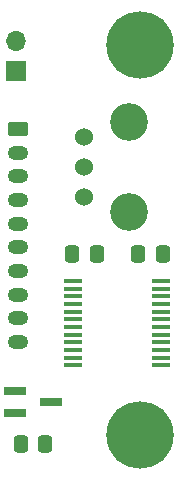
<source format=gts>
G04 #@! TF.GenerationSoftware,KiCad,Pcbnew,(6.0.1)*
G04 #@! TF.CreationDate,2022-07-05T00:42:15-07:00*
G04 #@! TF.ProjectId,mu100-dit,6d753130-302d-4646-9974-2e6b69636164,rev?*
G04 #@! TF.SameCoordinates,PX4a25ef0PY4c3f880*
G04 #@! TF.FileFunction,Soldermask,Top*
G04 #@! TF.FilePolarity,Negative*
%FSLAX46Y46*%
G04 Gerber Fmt 4.6, Leading zero omitted, Abs format (unit mm)*
G04 Created by KiCad (PCBNEW (6.0.1)) date 2022-07-05 00:42:15*
%MOMM*%
%LPD*%
G01*
G04 APERTURE LIST*
G04 Aperture macros list*
%AMRoundRect*
4,1,4,2,3,4,5,6,7,8,9,2,3,0*
1,1,$1,$2,$3*
1,1,$1,$2,$3*
1,1,$1,$2,$3*
1,1,$1,$2,$3*
20,1,$1,$2,$3,$4,$5,0*
20,1,$1,$2,$3,$4,$5,0*
20,1,$1,$2,$3,$4,$5,0*
20,1,$1,$2,$3,$4,$5,0*%
G04 Aperture macros list end*
%AMCOMP140*
4,1,3,
-0.3375,-0.475,
0.3375,-0.475,
0.3375,0.475,
-0.3375,0.475,
0*
4,1,19,
-0.3375,-0.22499999999999998,
-0.26024575140626316,-0.2372358709262116,
-0.19055368692688174,-0.27274575140626311,
-0.13524575140626316,-0.32805368692688169,
-0.099735870926211639,-0.39774575140626311,
-0.087500000000000022,-0.475,
-0.099735870926211612,-0.55225424859373684,
-0.13524575140626316,-0.62194631307311821,
-0.19055368692688171,-0.67725424859373684,
-0.26024575140626316,-0.71276412907378839,
-0.33749999999999997,-0.725,
-0.41475424859373694,-0.71276412907378839,
-0.48444631307311825,-0.67725424859373684,
-0.53975424859373689,-0.62194631307311832,
-0.57526412907378843,-0.55225424859373684,
-0.5875,-0.47500000000000003,
-0.57526412907378843,-0.39774575140626317,
-0.53975424859373689,-0.32805368692688175,
-0.48444631307311836,-0.27274575140626311,
-0.41475424859373694,-0.2372358709262116,
0*
4,1,19,
0.3375,-0.22499999999999998,
0.41475424859373689,-0.2372358709262116,
0.48444631307311831,-0.27274575140626311,
0.53975424859373689,-0.32805368692688169,
0.57526412907378843,-0.39774575140626311,
0.5875,-0.475,
0.57526412907378843,-0.55225424859373684,
0.53975424859373689,-0.62194631307311821,
0.48444631307311836,-0.67725424859373684,
0.41475424859373689,-0.71276412907378839,
0.33750000000000008,-0.725,
0.2602457514062631,-0.71276412907378839,
0.19055368692688177,-0.67725424859373684,
0.13524575140626319,-0.62194631307311832,
0.099735870926211639,-0.55225424859373684,
0.087500000000000022,-0.47500000000000003,
0.099735870926211612,-0.39774575140626317,
0.13524575140626313,-0.32805368692688175,
0.19055368692688168,-0.27274575140626311,
0.2602457514062631,-0.2372358709262116,
0*
4,1,19,
0.3375,0.725,
0.41475424859373689,0.71276412907378839,
0.48444631307311831,0.67725424859373684,
0.53975424859373689,0.62194631307311821,
0.57526412907378843,0.55225424859373684,
0.5875,0.475,
0.57526412907378843,0.39774575140626311,
0.53975424859373689,0.32805368692688175,
0.48444631307311836,0.27274575140626311,
0.41475424859373689,0.2372358709262116,
0.33750000000000008,0.22499999999999998,
0.2602457514062631,0.2372358709262116,
0.19055368692688177,0.27274575140626311,
0.13524575140626319,0.32805368692688164,
0.099735870926211639,0.39774575140626311,
0.087500000000000022,0.47499999999999992,
0.099735870926211612,0.55225424859373673,
0.13524575140626313,0.62194631307311821,
0.19055368692688168,0.67725424859373684,
0.2602457514062631,0.71276412907378839,
0*
4,1,19,
-0.3375,0.725,
-0.26024575140626316,0.71276412907378839,
-0.19055368692688174,0.67725424859373684,
-0.13524575140626316,0.62194631307311821,
-0.099735870926211639,0.55225424859373684,
-0.087500000000000022,0.475,
-0.099735870926211612,0.39774575140626311,
-0.13524575140626316,0.32805368692688175,
-0.19055368692688171,0.27274575140626311,
-0.26024575140626316,0.2372358709262116,
-0.33749999999999997,0.22499999999999998,
-0.41475424859373694,0.2372358709262116,
-0.48444631307311825,0.27274575140626311,
-0.53975424859373689,0.32805368692688164,
-0.57526412907378843,0.39774575140626311,
-0.5875,0.47499999999999992,
-0.57526412907378843,0.55225424859373673,
-0.53975424859373689,0.62194631307311821,
-0.48444631307311836,0.67725424859373684,
-0.41475424859373694,0.71276412907378839,
0*
4,1,3,
-0.3375,-0.725,
-0.3375,-0.22499999999999998,
0.3375,-0.22499999999999998,
0.3375,-0.725,
0*
4,1,3,
0.5875,-0.475,
0.087500000000000022,-0.475,
0.087500000000000022,0.475,
0.5875,0.475,
0*
4,1,3,
0.3375,0.725,
0.3375,0.22499999999999998,
-0.3375,0.22499999999999998,
-0.3375,0.725,
0*
4,1,3,
-0.5875,0.475,
-0.087500000000000022,0.475,
-0.087500000000000022,-0.475,
-0.5875,-0.475,
0*%
%ADD10COMP140,0.25X-0.3375X-0.475X0.3375X-0.475X0.3375X0.475X-0.3375X0.475X0*%
%AMCOMP141*
4,1,3,
-0.625,0.35,
-0.625,-0.35,
0.625,-0.35,
0.625,0.35,
0*
4,1,19,
-0.625,0.6,
-0.54774575140626314,0.58776412907378839,
-0.47805368692688172,0.55225424859373684,
-0.42274575140626314,0.49694631307311826,
-0.38723587092621159,0.42725424859373684,
-0.375,0.35,
-0.38723587092621159,0.27274575140626311,
-0.42274575140626314,0.20305368692688172,
-0.47805368692688166,0.14774575140626314,
-0.54774575140626314,0.1122358709262116,
-0.625,0.099999999999999978,
-0.702254248593737,0.1122358709262116,
-0.77194631307311823,0.14774575140626309,
-0.82725424859373686,0.20305368692688167,
-0.86276412907378841,0.27274575140626311,
-0.875,0.34999999999999992,
-0.86276412907378841,0.42725424859373679,
-0.82725424859373686,0.49694631307311821,
-0.77194631307311834,0.55225424859373684,
-0.70225424859373686,0.58776412907378839,
0*
4,1,19,
-0.625,-0.099999999999999978,
-0.54774575140626314,-0.1122358709262116,
-0.47805368692688172,-0.14774575140626311,
-0.42274575140626314,-0.20305368692688169,
-0.38723587092621159,-0.27274575140626311,
-0.375,-0.35,
-0.38723587092621159,-0.42725424859373684,
-0.42274575140626314,-0.49694631307311821,
-0.47805368692688166,-0.55225424859373684,
-0.54774575140626314,-0.58776412907378839,
-0.625,-0.6,
-0.702254248593737,-0.58776412907378839,
-0.77194631307311823,-0.55225424859373684,
-0.82725424859373686,-0.49694631307311832,
-0.86276412907378841,-0.42725424859373684,
-0.875,-0.35000000000000003,
-0.86276412907378841,-0.27274575140626317,
-0.82725424859373686,-0.20305368692688175,
-0.77194631307311834,-0.14774575140626314,
-0.70225424859373686,-0.1122358709262116,
0*
4,1,19,
0.625,-0.099999999999999978,
0.70225424859373686,-0.1122358709262116,
0.77194631307311834,-0.14774575140626311,
0.82725424859373686,-0.20305368692688169,
0.86276412907378841,-0.27274575140626311,
0.875,-0.35,
0.86276412907378841,-0.42725424859373684,
0.82725424859373686,-0.49694631307311821,
0.77194631307311834,-0.55225424859373684,
0.70225424859373686,-0.58776412907378839,
0.625,-0.6,
0.547745751406263,-0.58776412907378839,
0.47805368692688177,-0.55225424859373684,
0.42274575140626314,-0.49694631307311832,
0.38723587092621159,-0.42725424859373684,
0.375,-0.35000000000000003,
0.38723587092621159,-0.27274575140626317,
0.42274575140626314,-0.20305368692688175,
0.47805368692688166,-0.14774575140626314,
0.54774575140626314,-0.1122358709262116,
0*
4,1,19,
0.625,0.6,
0.70225424859373686,0.58776412907378839,
0.77194631307311834,0.55225424859373684,
0.82725424859373686,0.49694631307311826,
0.86276412907378841,0.42725424859373684,
0.875,0.35,
0.86276412907378841,0.27274575140626311,
0.82725424859373686,0.20305368692688172,
0.77194631307311834,0.14774575140626314,
0.70225424859373686,0.1122358709262116,
0.625,0.099999999999999978,
0.547745751406263,0.1122358709262116,
0.47805368692688177,0.14774575140626309,
0.42274575140626314,0.20305368692688167,
0.38723587092621159,0.27274575140626311,
0.375,0.34999999999999992,
0.38723587092621159,0.42725424859373679,
0.42274575140626314,0.49694631307311821,
0.47805368692688166,0.55225424859373684,
0.54774575140626314,0.58776412907378839,
0*
4,1,3,
-0.875,0.35,
-0.375,0.35,
-0.375,-0.35,
-0.875,-0.35,
0*
4,1,3,
-0.625,-0.6,
-0.625,-0.099999999999999978,
0.625,-0.099999999999999978,
0.625,-0.6,
0*
4,1,3,
0.875,-0.35,
0.375,-0.35,
0.375,0.35,
0.875,0.35,
0*
4,1,3,
0.625,0.6,
0.625,0.099999999999999978,
-0.625,0.099999999999999978,
-0.625,0.6,
0*%
%ADD11COMP141,0.25X-0.625X0.35X-0.625X-0.35X0.625X-0.35X0.625X0.35X0*%
%ADD12O,1.75X1.2*%
%AMCOMP142*
4,1,3,
-0.6375,-0.1,
0.6375,-0.1,
0.6375,0.1,
-0.6375,0.1,
0*
4,1,19,
-0.6375,0,
-0.60659830056250519,-0.00489434837048465,
-0.57872147477075264,-0.019098300562505249,
-0.55659830056250525,-0.041221474770752692,
-0.54239434837048461,-0.069098300562505266,
-0.5375,-0.1,
-0.54239434837048461,-0.13090169943749475,
-0.55659830056250525,-0.15877852522924732,
-0.57872147477075264,-0.18090169943749473,
-0.60659830056250519,-0.19510565162951538,
-0.6375,-0.2,
-0.66840169943749472,-0.19510565162951538,
-0.69627852522924727,-0.18090169943749476,
-0.71840169943749466,-0.15877852522924735,
-0.7326056516295153,-0.13090169943749477,
-0.73749999999999993,-0.10000000000000002,
-0.7326056516295153,-0.06909830056250528,
-0.71840169943749466,-0.041221474770752713,
-0.69627852522924727,-0.019098300562505263,
-0.66840169943749472,-0.00489434837048465,
0*
4,1,19,
0.6375,0,
0.66840169943749472,-0.00489434837048465,
0.69627852522924727,-0.019098300562505249,
0.71840169943749466,-0.041221474770752692,
0.7326056516295153,-0.069098300562505266,
0.73749999999999993,-0.1,
0.7326056516295153,-0.13090169943749475,
0.71840169943749466,-0.15877852522924732,
0.69627852522924727,-0.18090169943749473,
0.66840169943749472,-0.19510565162951538,
0.6375,-0.2,
0.60659830056250519,-0.19510565162951538,
0.57872147477075264,-0.18090169943749476,
0.55659830056250525,-0.15877852522924735,
0.54239434837048461,-0.13090169943749477,
0.5375,-0.10000000000000002,
0.54239434837048461,-0.06909830056250528,
0.55659830056250525,-0.041221474770752713,
0.57872147477075264,-0.019098300562505263,
0.60659830056250519,-0.00489434837048465,
0*
4,1,19,
0.6375,0.2,
0.66840169943749472,0.19510565162951538,
0.69627852522924727,0.18090169943749476,
0.71840169943749466,0.15877852522924732,
0.7326056516295153,0.13090169943749475,
0.73749999999999993,0.1,
0.7326056516295153,0.069098300562505266,
0.71840169943749466,0.0412214747707527,
0.69627852522924727,0.019098300562505263,
0.66840169943749472,0.00489434837048465,
0.6375,0,
0.60659830056250519,0.00489434837048465,
0.57872147477075264,0.019098300562505249,
0.55659830056250525,0.041221474770752678,
0.54239434837048461,0.069098300562505252,
0.5375,0.099999999999999992,
0.54239434837048461,0.13090169943749475,
0.55659830056250525,0.15877852522924729,
0.57872147477075264,0.18090169943749473,
0.60659830056250519,0.19510565162951538,
0*
4,1,19,
-0.6375,0.2,
-0.60659830056250519,0.19510565162951538,
-0.57872147477075264,0.18090169943749476,
-0.55659830056250525,0.15877852522924732,
-0.54239434837048461,0.13090169943749475,
-0.5375,0.1,
-0.54239434837048461,0.069098300562505266,
-0.55659830056250525,0.0412214747707527,
-0.57872147477075264,0.019098300562505263,
-0.60659830056250519,0.00489434837048465,
-0.6375,0,
-0.66840169943749472,0.00489434837048465,
-0.69627852522924727,0.019098300562505249,
-0.71840169943749466,0.041221474770752678,
-0.7326056516295153,0.069098300562505252,
-0.73749999999999993,0.099999999999999992,
-0.7326056516295153,0.13090169943749475,
-0.71840169943749466,0.15877852522924729,
-0.69627852522924727,0.18090169943749473,
-0.66840169943749472,0.19510565162951538,
0*
4,1,3,
-0.6375,-0.2,
-0.6375,0,
0.6375,0,
0.6375,-0.2,
0*
4,1,3,
0.73749999999999993,-0.1,
0.5375,-0.1,
0.5375,0.1,
0.73749999999999993,0.1,
0*
4,1,3,
0.6375,0.2,
0.6375,0,
-0.6375,0,
-0.6375,0.2,
0*
4,1,3,
-0.73749999999999993,0.1,
-0.5375,0.1,
-0.5375,-0.1,
-0.73749999999999993,-0.1,
0*%
%ADD13COMP142,0.1X-0.6375X-0.1X0.6375X-0.1X0.6375X0.1X-0.6375X0.1X0*%
%ADD14C,5.7*%
%ADD15C,3.6*%
%ADD16C,3.2*%
%ADD17C,1.524*%
%ADD18R,1.9X0.8*%
%AMCOMP143*
4,1,3,
0.3375,0.475,
-0.3375,0.475,
-0.3375,-0.475,
0.3375,-0.475,
0*
4,1,19,
0.3375,0.725,
0.41475424859373689,0.71276412907378839,
0.48444631307311831,0.67725424859373684,
0.53975424859373689,0.62194631307311821,
0.57526412907378843,0.55225424859373684,
0.5875,0.475,
0.57526412907378843,0.39774575140626311,
0.53975424859373689,0.32805368692688175,
0.48444631307311836,0.27274575140626311,
0.41475424859373689,0.2372358709262116,
0.33750000000000008,0.22499999999999998,
0.2602457514062631,0.2372358709262116,
0.19055368692688177,0.27274575140626311,
0.13524575140626319,0.32805368692688164,
0.099735870926211639,0.39774575140626311,
0.087500000000000022,0.47499999999999992,
0.099735870926211612,0.55225424859373673,
0.13524575140626313,0.62194631307311821,
0.19055368692688168,0.67725424859373684,
0.2602457514062631,0.71276412907378839,
0*
4,1,19,
-0.3375,0.725,
-0.26024575140626316,0.71276412907378839,
-0.19055368692688174,0.67725424859373684,
-0.13524575140626316,0.62194631307311821,
-0.099735870926211639,0.55225424859373684,
-0.087500000000000022,0.475,
-0.099735870926211612,0.39774575140626311,
-0.13524575140626316,0.32805368692688175,
-0.19055368692688171,0.27274575140626311,
-0.26024575140626316,0.2372358709262116,
-0.33749999999999997,0.22499999999999998,
-0.41475424859373694,0.2372358709262116,
-0.48444631307311825,0.27274575140626311,
-0.53975424859373689,0.32805368692688164,
-0.57526412907378843,0.39774575140626311,
-0.5875,0.47499999999999992,
-0.57526412907378843,0.55225424859373673,
-0.53975424859373689,0.62194631307311821,
-0.48444631307311836,0.67725424859373684,
-0.41475424859373694,0.71276412907378839,
0*
4,1,19,
-0.3375,-0.22499999999999998,
-0.26024575140626316,-0.2372358709262116,
-0.19055368692688174,-0.27274575140626311,
-0.13524575140626316,-0.32805368692688169,
-0.099735870926211639,-0.39774575140626311,
-0.087500000000000022,-0.475,
-0.099735870926211612,-0.55225424859373684,
-0.13524575140626316,-0.62194631307311821,
-0.19055368692688171,-0.67725424859373684,
-0.26024575140626316,-0.71276412907378839,
-0.33749999999999997,-0.725,
-0.41475424859373694,-0.71276412907378839,
-0.48444631307311825,-0.67725424859373684,
-0.53975424859373689,-0.62194631307311832,
-0.57526412907378843,-0.55225424859373684,
-0.5875,-0.47500000000000003,
-0.57526412907378843,-0.39774575140626317,
-0.53975424859373689,-0.32805368692688175,
-0.48444631307311836,-0.27274575140626311,
-0.41475424859373694,-0.2372358709262116,
0*
4,1,19,
0.3375,-0.22499999999999998,
0.41475424859373689,-0.2372358709262116,
0.48444631307311831,-0.27274575140626311,
0.53975424859373689,-0.32805368692688169,
0.57526412907378843,-0.39774575140626311,
0.5875,-0.475,
0.57526412907378843,-0.55225424859373684,
0.53975424859373689,-0.62194631307311821,
0.48444631307311836,-0.67725424859373684,
0.41475424859373689,-0.71276412907378839,
0.33750000000000008,-0.725,
0.2602457514062631,-0.71276412907378839,
0.19055368692688177,-0.67725424859373684,
0.13524575140626319,-0.62194631307311832,
0.099735870926211639,-0.55225424859373684,
0.087500000000000022,-0.47500000000000003,
0.099735870926211612,-0.39774575140626317,
0.13524575140626313,-0.32805368692688175,
0.19055368692688168,-0.27274575140626311,
0.2602457514062631,-0.2372358709262116,
0*
4,1,3,
0.3375,0.725,
0.3375,0.22499999999999998,
-0.3375,0.22499999999999998,
-0.3375,0.725,
0*
4,1,3,
-0.5875,0.475,
-0.087500000000000022,0.475,
-0.087500000000000022,-0.475,
-0.5875,-0.475,
0*
4,1,3,
-0.3375,-0.725,
-0.3375,-0.22499999999999998,
0.3375,-0.22499999999999998,
0.3375,-0.725,
0*
4,1,3,
0.5875,-0.475,
0.087500000000000022,-0.475,
0.087500000000000022,0.475,
0.5875,0.475,
0*%
%ADD19COMP143,0.25X0.3375X0.475X-0.3375X0.475X-0.3375X-0.475X0.3375X-0.475X0*%
%ADD20R,1.7X1.7*%
%ADD21O,1.7X1.7*%
G04 APERTURE END LIST*
D10*
X0039000000Y0084000000D02*
X0042542500Y0046725000D03*
X0044617500Y0046725000D03*
D11*
X0042280000Y0073380000D03*
D12*
X0042280000Y0071380000D03*
X0042280000Y0069380000D03*
X0042280000Y0067380000D03*
X0042280000Y0065379999D03*
X0042280000Y0063379999D03*
X0042280000Y0061379999D03*
X0042280000Y0059379999D03*
X0042280000Y0057379999D03*
X0042280000Y0055379999D03*
D13*
X0046989500Y0060538573D03*
X0046989500Y0059888573D03*
X0046989500Y0059238573D03*
X0046989500Y0058588573D03*
X0046989500Y0057938573D03*
X0046989500Y0057288573D03*
X0046989500Y0056638573D03*
X0046989500Y0055988573D03*
X0046989500Y0055338573D03*
X0046989500Y0054688573D03*
X0046989500Y0054038573D03*
X0046989500Y0053388573D03*
X0054414500Y0053388573D03*
X0054414500Y0054038573D03*
X0054414500Y0054688573D03*
X0054414500Y0055338573D03*
X0054414500Y0055988573D03*
X0054414500Y0056638573D03*
X0054414500Y0057288573D03*
X0054414500Y0057938573D03*
X0054414500Y0058588573D03*
X0054414500Y0059238573D03*
X0054414500Y0059888573D03*
X0054414500Y0060538573D03*
D14*
X0052600000Y0080500000D03*
D15*
X0052600000Y0080500000D03*
D16*
X0051680000Y0073960000D03*
X0051680000Y0066340000D03*
D17*
X0047870000Y0072690000D03*
X0047870000Y0070150000D03*
X0047870000Y0067610000D03*
D10*
X0052458500Y0062812000D03*
X0054533500Y0062812000D03*
D18*
X0042080000Y0051250000D03*
X0042080000Y0049350000D03*
X0045080000Y0050300000D03*
D19*
X0048945499Y0062812000D03*
X0046870500Y0062812000D03*
D14*
X0052600000Y0047500000D03*
D15*
X0052600000Y0047500000D03*
D20*
X0042160000Y0078277000D03*
D21*
X0042160000Y0080817000D03*
M02*
</source>
